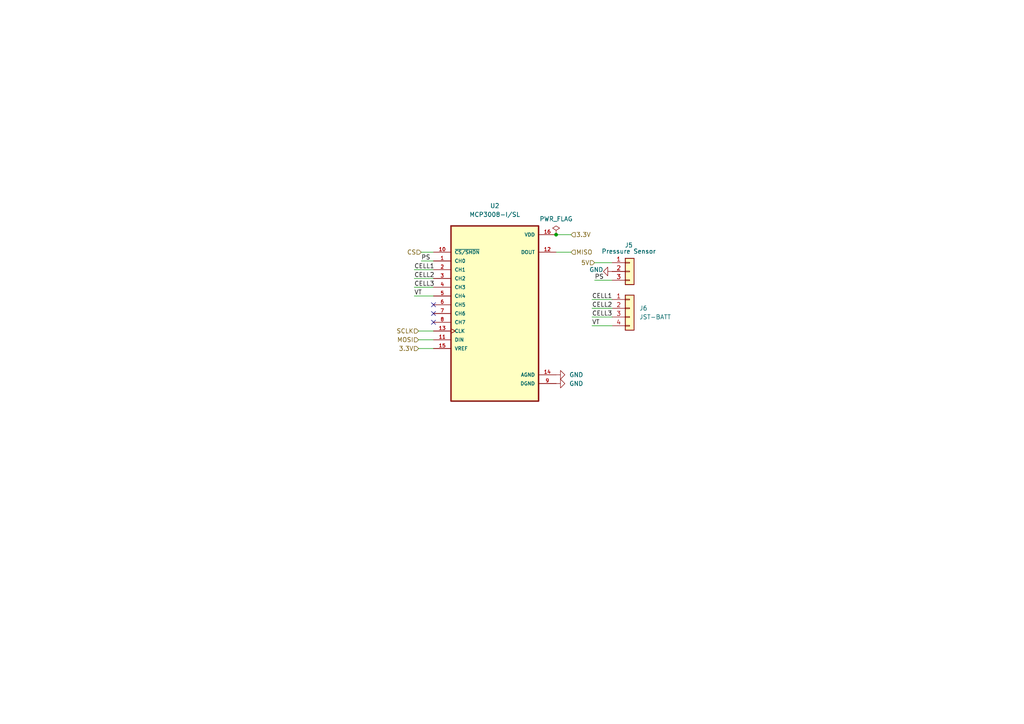
<source format=kicad_sch>
(kicad_sch (version 20211123) (generator eeschema)
  (paper "A4")
  (lib_symbols
    (symbol "24V_Li_batt:Conn_01x04" (pin_names (offset 1.016) hide)
      (property "Reference" "J" (at 0 5.08 0))
      (property "Value" "Conn_01x04" (at 0 -7.62 0))
      (symbol "Conn_01x04_1_1"
        (rectangle (start -1.27 -4.953) (end 0 -5.207) (stroke (width 0.1524)))
        (rectangle (start -1.27 -2.413) (end 0 -2.667) (stroke (width 0.1524)))
        (rectangle (start -1.27 0.127) (end 0 -0.127) (stroke (width 0.1524)))
        (rectangle (start -1.27 2.667) (end 0 2.413) (stroke (width 0.1524)))
        (rectangle (start -1.27 3.81) (end 1.27 -6.35) (stroke (width 0.254)) (fill (type background)))
        (pin passive line (at -5.08 2.54 0) (length 3.81) (name "Pin_1") (number "1"))
        (pin passive line (at -5.08 0 0) (length 3.81) (name "Pin_2") (number "2"))
        (pin passive line (at -5.08 -2.54 0) (length 3.81) (name "Pin_3") (number "3"))
        (pin passive line (at -5.08 -5.08 0) (length 3.81) (name "Pin_4") (number "4"))
      )
    )
    (symbol "Connector_Generic:Conn_01x03" (pin_names (offset 1.016) hide)
      (property "Reference" "J" (at 0 5.08 0))
      (property "Value" "Conn_01x03" (at 0 -5.08 0))
      (symbol "Conn_01x03_1_1"
        (rectangle (start -1.27 -2.413) (end 0 -2.667) (stroke (width 0.1524)))
        (rectangle (start -1.27 0.127) (end 0 -0.127) (stroke (width 0.1524)))
        (rectangle (start -1.27 2.667) (end 0 2.413) (stroke (width 0.1524)))
        (rectangle (start -1.27 3.81) (end 1.27 -3.81) (stroke (width 0.254)) (fill (type background)))
        (pin passive line (at -5.08 2.54 0) (length 3.81) (name "Pin_1") (number "1"))
        (pin passive line (at -5.08 0 0) (length 3.81) (name "Pin_2") (number "2"))
        (pin passive line (at -5.08 -2.54 0) (length 3.81) (name "Pin_3") (number "3"))
      )
    )
    (symbol "MCP3008-I_SL:MCP3008-I{slash}SL" (pin_names (offset 1.016))
      (property "Reference" "U" (at -12.7 26.3906 0))
      (property "Value" "MCP3008-I{slash}SL" (at -12.7 -29.3878 0))
      (symbol "MCP3008-I{slash}SL_0_0"
        (rectangle (start -12.7 -25.4) (end 12.7 25.4) (stroke (width 0.4064)) (fill (type background)))
        (pin input line (at -17.78 15.24 0) (length 5.08) (name "CH0") (number "1"))
        (pin input line (at -17.78 17.78 0) (length 5.08) (name "~{CS/SHDN}") (number "10"))
        (pin input line (at -17.78 -7.62 0) (length 5.08) (name "DIN") (number "11"))
        (pin output line (at 17.78 17.78 180) (length 5.08) (name "DOUT") (number "12"))
        (pin input clock (at -17.78 -5.08 0) (length 5.08) (name "CLK") (number "13"))
        (pin power_in line (at 17.78 -17.78 180) (length 5.08) (name "AGND") (number "14"))
        (pin input line (at -17.78 -10.16 0) (length 5.08) (name "VREF") (number "15"))
        (pin power_in line (at 17.78 22.86 180) (length 5.08) (name "VDD") (number "16"))
        (pin input line (at -17.78 12.7 0) (length 5.08) (name "CH1") (number "2"))
        (pin input line (at -17.78 10.16 0) (length 5.08) (name "CH2") (number "3"))
        (pin input line (at -17.78 7.62 0) (length 5.08) (name "CH3") (number "4"))
        (pin input line (at -17.78 5.08 0) (length 5.08) (name "CH4") (number "5"))
        (pin input line (at -17.78 2.54 0) (length 5.08) (name "CH5") (number "6"))
        (pin input line (at -17.78 0 0) (length 5.08) (name "CH6") (number "7"))
        (pin input line (at -17.78 -2.54 0) (length 5.08) (name "CH7") (number "8"))
        (pin power_in line (at 17.78 -20.32 180) (length 5.08) (name "DGND") (number "9"))
      )
    )
    (symbol "power:GND" (power) (pin_names (offset 0))
      (property "Value" "GND" (at 0 -3.81 0))
      (symbol "GND_0_1"
        (polyline (pts (xy 0 0) (xy 0 -1.27) (xy 1.27 -1.27) (xy 0 -2.54) (xy -1.27 -1.27) (xy 0 -1.27)))
      )
      (symbol "GND_1_1"
        (pin power_in line (at 0 0 270) (length 0) hide (name "GND") (number "1"))
      )
    )
    (symbol "power:PWR_FLAG" (power) (pin_numbers hide) (pin_names (offset 0) hide)
      (property "Value" "PWR_FLAG" (at 0 3.81 0))
      (symbol "PWR_FLAG_0_0"
        (pin power_out line (at 0 0 90) (length 0) (name "pwr") (number "1"))
      )
      (symbol "PWR_FLAG_0_1"
        (polyline (pts (xy 0 0) (xy 0 1.27) (xy -1.016 1.905) (xy 0 2.54) (xy 1.016 1.905) (xy 0 1.27)))
      )
    )
  )
  (junction (at 161.29 68.072))
  (no_connect (at 125.73 88.392))
  (no_connect (at 125.73 90.932))
  (no_connect (at 125.73 93.472))
  (wire (pts (xy 120.142 83.312) (xy 125.73 83.312)))
  (wire (pts (xy 161.29 73.152) (xy 165.608 73.152)))
  (wire (pts (xy 121.412 98.552) (xy 125.73 98.552)))
  (wire (pts (xy 122.174 75.692) (xy 125.73 75.692)))
  (wire (pts (xy 171.704 89.408) (xy 177.546 89.408)))
  (wire (pts (xy 125.73 101.092) (xy 121.412 101.092)))
  (wire (pts (xy 171.704 91.948) (xy 177.546 91.948)))
  (wire (pts (xy 171.704 86.868) (xy 177.546 86.868)))
  (wire (pts (xy 122.174 73.152) (xy 125.73 73.152)))
  (wire (pts (xy 120.142 78.232) (xy 125.73 78.232)))
  (wire (pts (xy 177.546 81.28) (xy 172.466 81.28)))
  (wire (pts (xy 120.142 80.772) (xy 125.73 80.772)))
  (wire (pts (xy 120.142 85.852) (xy 125.73 85.852)))
  (wire (pts (xy 177.546 76.2) (xy 172.466 76.2)))
  (wire (pts (xy 121.412 96.012) (xy 125.73 96.012)))
  (wire (pts (xy 171.704 94.488) (xy 177.546 94.488)))
  (wire (pts (xy 161.29 68.072) (xy 165.608 68.072)))
  (label "CELL3" (at 171.704 91.948 0))
  (label "VT" (at 120.142 85.852 0))
  (label "CELL1" (at 171.704 86.868 0))
  (label "PS" (at 172.466 81.28 0))
  (label "CELL1" (at 120.142 78.232 0))
  (label "VT" (at 171.704 94.488 0))
  (label "CELL3" (at 120.142 83.312 0))
  (label "CELL2" (at 120.142 80.772 0))
  (label "PS" (at 122.174 75.692 0))
  (label "CELL2" (at 171.704 89.408 0))
  (hierarchical_label "3.3V" (shape input) (at 121.412 101.092 180))
  (hierarchical_label "3.3V" (shape input) (at 165.608 68.072 0))
  (hierarchical_label "SCLK" (shape input) (at 121.412 96.012 180))
  (hierarchical_label "MISO" (shape input) (at 165.608 73.152 0))
  (hierarchical_label "5V" (shape input) (at 172.466 76.2 180))
  (hierarchical_label "MOSI" (shape input) (at 121.412 98.552 180))
  (hierarchical_label "CS" (shape input) (at 122.174 73.152 180))
  (symbol (lib_id "power:GND") (at 161.29 111.252 90) (unit 1)
    (property "Reference" "#PWR0118" (effects hide))
    (property "Value" "GND" (at 165.1 111.2519 90) (effects (justify right)))
  )
  (symbol (lib_id "MCP3008-I_SL:MCP3008-I{slash}SL") (at 143.51 90.932 0) (unit 1)
    (property "Reference" "U2" (at 143.51 59.69 0))
    (property "Value" "MCP3008-I/SL" (at 143.51 62.23 0))
    (property "Footprint" ".pretty:SOIC127P600X175-16N" (effects hide))
    (property "Datasheet" "https://ww1.microchip.com/downloads/en/DeviceDoc/21295d.pdf\\" (effects hide))
  )
  (symbol (lib_id "24V_Li_batt:Conn_01x04") (at 182.626 89.408 0) (unit 1)
    (property "Reference" "J6" (at 185.42 89.4079 0) (effects (justify left)))
    (property "Value" "JST-BATT" (at 185.42 91.9479 0) (effects (justify left)))
    (property "Footprint" "Connector_PinHeader_2.54mm:PinHeader_1x04_P2.54mm_Vertical" (effects hide))
  )
  (symbol (lib_id "power:GND") (at 177.546 78.74 270) (unit 1)
    (property "Reference" "#PWR0104" (effects hide))
    (property "Value" "GND" (at 175.006 78.232 90) (effects (justify right)))
  )
  (symbol (lib_id "power:GND") (at 161.29 108.712 90) (unit 1)
    (property "Reference" "#PWR0119" (effects hide))
    (property "Value" "GND" (at 165.1 108.7119 90) (effects (justify right)))
  )
  (symbol (lib_id "Connector_Generic:Conn_01x03") (at 182.626 78.74 0) (unit 1)
    (property "Reference" "J5" (at 182.372 71.12 0))
    (property "Value" "Pressure Sensor" (at 182.372 72.898 0))
    (property "Footprint" "Connector_PinHeader_2.54mm:PinHeader_1x03_P2.54mm_Vertical" (effects hide))
    (property "Datasheet" "https://www.te.com/commerce/DocumentDelivery/DDEController?Action=srchrtrv&DocNm=MSP340&DocType=Data+Sheet&DocLang=English" (effects hide))
  )
  (symbol (lib_id "power:PWR_FLAG") (at 161.29 68.072 0) (unit 1)
    (property "Reference" "#FLG0102" (effects hide))
    (property "Value" "PWR_FLAG" (at 161.29 63.5 0))
  )
)
</source>
